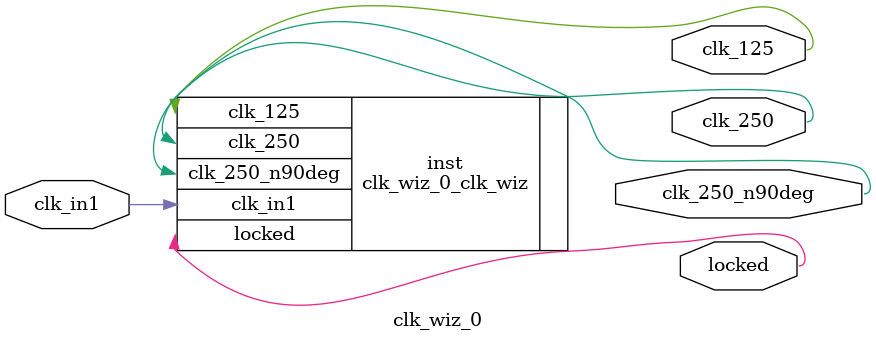
<source format=v>


`timescale 1ps/1ps

(* CORE_GENERATION_INFO = "clk_wiz_0,clk_wiz_v5_3_3_0,{component_name=clk_wiz_0,use_phase_alignment=true,use_min_o_jitter=false,use_max_i_jitter=false,use_dyn_phase_shift=false,use_inclk_switchover=false,use_dyn_reconfig=false,enable_axi=0,feedback_source=FDBK_AUTO,PRIMITIVE=PLL,num_out_clk=3,clkin1_period=8.0,clkin2_period=10.0,use_power_down=false,use_reset=false,use_locked=true,use_inclk_stopped=false,feedback_type=SINGLE,CLOCK_MGR_TYPE=NA,manual_override=false}" *)

module clk_wiz_0 
 (
  // Clock out ports
  output        clk_250_n90deg,
  output        clk_250,
  output        clk_125,
  // Status and control signals
  output        locked,
 // Clock in ports
  input         clk_in1
 );

  clk_wiz_0_clk_wiz inst
  (
  // Clock out ports  
  .clk_250_n90deg(clk_250_n90deg),
  .clk_250(clk_250),
  .clk_125(clk_125),
  // Status and control signals               
  .locked(locked),
 // Clock in ports
  .clk_in1(clk_in1)
  );

endmodule

</source>
